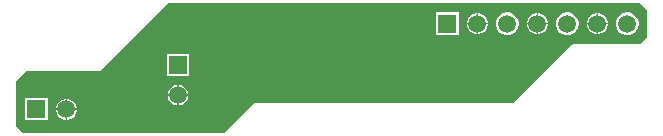
<source format=gbl>
G04*
G04 #@! TF.GenerationSoftware,Altium Limited,Altium Designer,21.6.1 (37)*
G04*
G04 Layer_Physical_Order=2*
G04 Layer_Color=16711680*
%FSLAX44Y44*%
%MOMM*%
G71*
G04*
G04 #@! TF.SameCoordinates,8FA0FE45-4E21-4971-ACDA-AA948B80C5BB*
G04*
G04*
G04 #@! TF.FilePolarity,Positive*
G04*
G01*
G75*
%ADD25C,1.5000*%
%ADD26R,1.5000X1.5000*%
%ADD27R,1.5000X1.5000*%
%ADD28C,0.6500*%
G36*
X517410Y83927D02*
Y61073D01*
X511427Y55090D01*
X455000D01*
X454009Y54893D01*
X453169Y54331D01*
X403927Y5090D01*
X185000D01*
X184009Y4893D01*
X183169Y4331D01*
X158927Y-19910D01*
X-11427D01*
X-17410Y-13927D01*
Y23927D01*
X-8927Y32410D01*
X52500D01*
X53491Y32608D01*
X54331Y33169D01*
X111073Y89910D01*
X511427D01*
X517410Y83927D01*
D02*
G37*
%LPC*%
G36*
X476155Y81270D02*
X475635D01*
Y73135D01*
X483770D01*
Y73655D01*
X483172Y75885D01*
X482018Y77885D01*
X480385Y79518D01*
X478385Y80672D01*
X476155Y81270D01*
D02*
G37*
G36*
X474365D02*
X473845D01*
X471615Y80672D01*
X469615Y79518D01*
X467982Y77885D01*
X466828Y75885D01*
X466230Y73655D01*
Y73135D01*
X474365D01*
Y81270D01*
D02*
G37*
G36*
X425355D02*
X424835D01*
Y73135D01*
X432970D01*
Y73655D01*
X432372Y75885D01*
X431218Y77885D01*
X429585Y79518D01*
X427585Y80672D01*
X425355Y81270D01*
D02*
G37*
G36*
X423565D02*
X423045D01*
X420815Y80672D01*
X418815Y79518D01*
X417182Y77885D01*
X416028Y75885D01*
X415430Y73655D01*
Y73135D01*
X423565D01*
Y81270D01*
D02*
G37*
G36*
X374555D02*
X374035D01*
Y73135D01*
X382170D01*
Y73655D01*
X381572Y75885D01*
X380418Y77885D01*
X378785Y79518D01*
X376785Y80672D01*
X374555Y81270D01*
D02*
G37*
G36*
X372765D02*
X372245D01*
X370015Y80672D01*
X368015Y79518D01*
X366382Y77885D01*
X365228Y75885D01*
X364630Y73655D01*
Y73135D01*
X372765D01*
Y81270D01*
D02*
G37*
G36*
X483770Y71865D02*
X475635D01*
Y63730D01*
X476155D01*
X478385Y64328D01*
X480385Y65482D01*
X482018Y67115D01*
X483172Y69115D01*
X483770Y71345D01*
Y71865D01*
D02*
G37*
G36*
X474365D02*
X466230D01*
Y71345D01*
X466828Y69115D01*
X467982Y67115D01*
X469615Y65482D01*
X471615Y64328D01*
X473845Y63730D01*
X474365D01*
Y71865D01*
D02*
G37*
G36*
X432970D02*
X424835D01*
Y63730D01*
X425355D01*
X427585Y64328D01*
X429585Y65482D01*
X431218Y67115D01*
X432372Y69115D01*
X432970Y71345D01*
Y71865D01*
D02*
G37*
G36*
X423565D02*
X415430D01*
Y71345D01*
X416028Y69115D01*
X417182Y67115D01*
X418815Y65482D01*
X420815Y64328D01*
X423045Y63730D01*
X423565D01*
Y71865D01*
D02*
G37*
G36*
X382170D02*
X374035D01*
Y63730D01*
X374555D01*
X376785Y64328D01*
X378785Y65482D01*
X380418Y67115D01*
X381572Y69115D01*
X382170Y71345D01*
Y71865D01*
D02*
G37*
G36*
X372765D02*
X364630D01*
Y71345D01*
X365228Y69115D01*
X366382Y67115D01*
X368015Y65482D01*
X370015Y64328D01*
X372245Y63730D01*
X372765D01*
Y71865D01*
D02*
G37*
G36*
X501655Y82032D02*
X499145D01*
X496721Y81382D01*
X494547Y80127D01*
X492772Y78353D01*
X491518Y76179D01*
X490868Y73755D01*
Y71245D01*
X491518Y68821D01*
X492772Y66647D01*
X494547Y64872D01*
X496721Y63618D01*
X499145Y62968D01*
X501655D01*
X504079Y63618D01*
X506253Y64872D01*
X508027Y66647D01*
X509282Y68821D01*
X509932Y71245D01*
Y73755D01*
X509282Y76179D01*
X508027Y78353D01*
X506253Y80127D01*
X504079Y81382D01*
X501655Y82032D01*
D02*
G37*
G36*
X450855D02*
X448345D01*
X445921Y81382D01*
X443747Y80127D01*
X441973Y78353D01*
X440718Y76179D01*
X440068Y73755D01*
Y71245D01*
X440718Y68821D01*
X441973Y66647D01*
X443747Y64872D01*
X445921Y63618D01*
X448345Y62968D01*
X450855D01*
X453279Y63618D01*
X455453Y64872D01*
X457228Y66647D01*
X458482Y68821D01*
X459132Y71245D01*
Y73755D01*
X458482Y76179D01*
X457228Y78353D01*
X455453Y80127D01*
X453279Y81382D01*
X450855Y82032D01*
D02*
G37*
G36*
X400055D02*
X397545D01*
X395121Y81382D01*
X392947Y80127D01*
X391172Y78353D01*
X389918Y76179D01*
X389268Y73755D01*
Y71245D01*
X389918Y68821D01*
X391172Y66647D01*
X392947Y64872D01*
X395121Y63618D01*
X397545Y62968D01*
X400055D01*
X402479Y63618D01*
X404653Y64872D01*
X406427Y66647D01*
X407682Y68821D01*
X408332Y71245D01*
Y73755D01*
X407682Y76179D01*
X406427Y78353D01*
X404653Y80127D01*
X402479Y81382D01*
X400055Y82032D01*
D02*
G37*
G36*
X357532D02*
X338468D01*
Y62968D01*
X357532D01*
Y82032D01*
D02*
G37*
G36*
X129532Y47032D02*
X110468D01*
Y27968D01*
X129532D01*
Y47032D01*
D02*
G37*
G36*
X121154Y20870D02*
X120635D01*
Y12735D01*
X128770D01*
Y13255D01*
X128172Y15485D01*
X127018Y17485D01*
X125385Y19118D01*
X123385Y20272D01*
X121154Y20870D01*
D02*
G37*
G36*
X119365D02*
X118845D01*
X116615Y20272D01*
X114615Y19118D01*
X112982Y17485D01*
X111828Y15485D01*
X111230Y13255D01*
Y12735D01*
X119365D01*
Y20870D01*
D02*
G37*
G36*
X128770Y11465D02*
X120635D01*
Y3330D01*
X121154D01*
X123385Y3928D01*
X125385Y5082D01*
X127018Y6715D01*
X128172Y8715D01*
X128770Y10945D01*
Y11465D01*
D02*
G37*
G36*
X119365D02*
X111230D01*
Y10945D01*
X111828Y8715D01*
X112982Y6715D01*
X114615Y5082D01*
X116615Y3928D01*
X118845Y3330D01*
X119365D01*
Y11465D01*
D02*
G37*
G36*
X26555Y8770D02*
X26035D01*
Y635D01*
X34170D01*
Y1155D01*
X33572Y3385D01*
X32418Y5385D01*
X30785Y7018D01*
X28785Y8172D01*
X26555Y8770D01*
D02*
G37*
G36*
X24765D02*
X24245D01*
X22015Y8172D01*
X20015Y7018D01*
X18382Y5385D01*
X17228Y3385D01*
X16630Y1155D01*
Y635D01*
X24765D01*
Y8770D01*
D02*
G37*
G36*
X34170Y-635D02*
X26035D01*
Y-8770D01*
X26555D01*
X28785Y-8172D01*
X30785Y-7018D01*
X32418Y-5385D01*
X33572Y-3385D01*
X34170Y-1155D01*
Y-635D01*
D02*
G37*
G36*
X24765D02*
X16630D01*
Y-1155D01*
X17228Y-3385D01*
X18382Y-5385D01*
X20015Y-7018D01*
X22015Y-8172D01*
X24245Y-8770D01*
X24765D01*
Y-635D01*
D02*
G37*
G36*
X9532Y9532D02*
X-9532D01*
Y-9532D01*
X9532D01*
Y9532D01*
D02*
G37*
%LPD*%
D25*
X500400Y72500D02*
D03*
X475000D02*
D03*
X449600D02*
D03*
X424200D02*
D03*
X373400D02*
D03*
X398800D02*
D03*
X120000Y12100D02*
D03*
X25400Y0D02*
D03*
D26*
X348000Y72500D02*
D03*
X0Y0D02*
D03*
D27*
X120000Y37500D02*
D03*
D28*
X182500Y72500D02*
D03*
X395000Y52500D02*
D03*
X55000Y-5000D02*
D03*
X70000Y40000D02*
D03*
X102500Y55000D02*
D03*
X115000Y80000D02*
D03*
X140000Y50000D02*
D03*
X275000Y80000D02*
D03*
X365000Y25000D02*
D03*
X-7500Y22500D02*
D03*
X162500Y10000D02*
D03*
X215000Y22500D02*
D03*
X272500Y17500D02*
D03*
M02*

</source>
